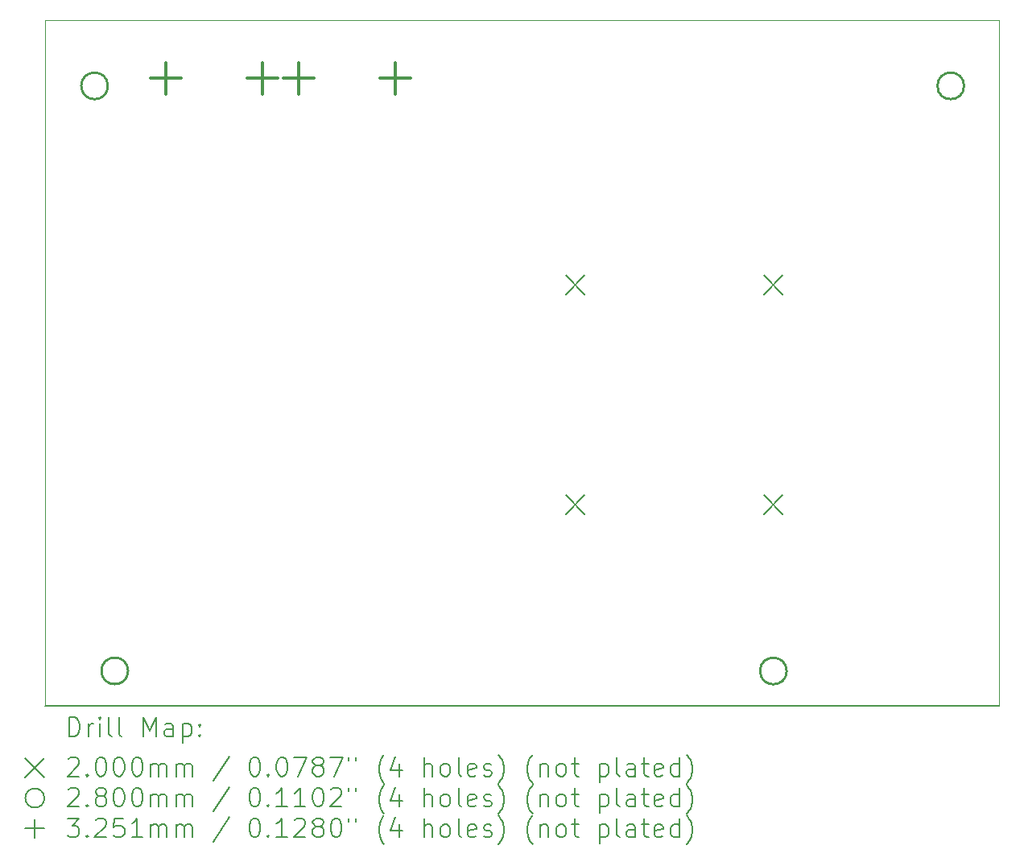
<source format=gbr>
%TF.GenerationSoftware,KiCad,Pcbnew,8.0.4*%
%TF.CreationDate,2024-08-22T17:22:42+02:00*%
%TF.ProjectId,CENTRALE,43454e54-5241-44c4-952e-6b696361645f,rev?*%
%TF.SameCoordinates,Original*%
%TF.FileFunction,Drillmap*%
%TF.FilePolarity,Positive*%
%FSLAX45Y45*%
G04 Gerber Fmt 4.5, Leading zero omitted, Abs format (unit mm)*
G04 Created by KiCad (PCBNEW 8.0.4) date 2024-08-22 17:22:42*
%MOMM*%
%LPD*%
G01*
G04 APERTURE LIST*
%ADD10C,0.050000*%
%ADD11C,0.152400*%
%ADD12C,0.200000*%
%ADD13C,0.280000*%
%ADD14C,0.325120*%
G04 APERTURE END LIST*
D10*
X19866610Y-14057000D02*
X19866610Y-6843400D01*
X19866610Y-6843400D02*
X9833610Y-6844919D01*
D11*
X19866610Y-14057000D02*
X9833610Y-14057000D01*
D10*
X9833610Y-6844919D02*
X9833610Y-14057000D01*
D12*
X15310481Y-9527024D02*
X15510481Y-9727024D01*
X15510481Y-9527024D02*
X15310481Y-9727024D01*
X15310481Y-11838424D02*
X15510481Y-12038424D01*
X15510481Y-11838424D02*
X15310481Y-12038424D01*
X17393282Y-9527024D02*
X17593282Y-9727024D01*
X17593282Y-9527024D02*
X17393282Y-9727024D01*
X17393282Y-11838424D02*
X17593282Y-12038424D01*
X17593282Y-11838424D02*
X17393282Y-12038424D01*
D13*
X10493874Y-7532752D02*
G75*
G02*
X10213874Y-7532752I-140000J0D01*
G01*
X10213874Y-7532752D02*
G75*
G02*
X10493874Y-7532752I140000J0D01*
G01*
X10706276Y-13686914D02*
G75*
G02*
X10426276Y-13686914I-140000J0D01*
G01*
X10426276Y-13686914D02*
G75*
G02*
X10706276Y-13686914I140000J0D01*
G01*
X17632879Y-13688248D02*
G75*
G02*
X17352879Y-13688248I-140000J0D01*
G01*
X17352879Y-13688248D02*
G75*
G02*
X17632879Y-13688248I140000J0D01*
G01*
X19498610Y-7532752D02*
G75*
G02*
X19218610Y-7532752I-140000J0D01*
G01*
X19218610Y-7532752D02*
G75*
G02*
X19498610Y-7532752I140000J0D01*
G01*
D14*
X11103610Y-7290792D02*
X11103610Y-7615912D01*
X10941050Y-7453352D02*
X11266170Y-7453352D01*
X12119610Y-7290792D02*
X12119610Y-7615912D01*
X11957050Y-7453352D02*
X12282170Y-7453352D01*
X12500610Y-7290792D02*
X12500610Y-7615912D01*
X12338050Y-7453352D02*
X12663170Y-7453352D01*
X13516610Y-7290792D02*
X13516610Y-7615912D01*
X13354050Y-7453352D02*
X13679170Y-7453352D01*
D12*
X10086767Y-14376104D02*
X10086767Y-14176104D01*
X10086767Y-14176104D02*
X10134386Y-14176104D01*
X10134386Y-14176104D02*
X10162957Y-14185628D01*
X10162957Y-14185628D02*
X10182005Y-14204675D01*
X10182005Y-14204675D02*
X10191529Y-14223723D01*
X10191529Y-14223723D02*
X10201053Y-14261818D01*
X10201053Y-14261818D02*
X10201053Y-14290389D01*
X10201053Y-14290389D02*
X10191529Y-14328485D01*
X10191529Y-14328485D02*
X10182005Y-14347532D01*
X10182005Y-14347532D02*
X10162957Y-14366580D01*
X10162957Y-14366580D02*
X10134386Y-14376104D01*
X10134386Y-14376104D02*
X10086767Y-14376104D01*
X10286767Y-14376104D02*
X10286767Y-14242770D01*
X10286767Y-14280866D02*
X10296291Y-14261818D01*
X10296291Y-14261818D02*
X10305814Y-14252294D01*
X10305814Y-14252294D02*
X10324862Y-14242770D01*
X10324862Y-14242770D02*
X10343910Y-14242770D01*
X10410576Y-14376104D02*
X10410576Y-14242770D01*
X10410576Y-14176104D02*
X10401053Y-14185628D01*
X10401053Y-14185628D02*
X10410576Y-14195151D01*
X10410576Y-14195151D02*
X10420100Y-14185628D01*
X10420100Y-14185628D02*
X10410576Y-14176104D01*
X10410576Y-14176104D02*
X10410576Y-14195151D01*
X10534386Y-14376104D02*
X10515338Y-14366580D01*
X10515338Y-14366580D02*
X10505814Y-14347532D01*
X10505814Y-14347532D02*
X10505814Y-14176104D01*
X10639148Y-14376104D02*
X10620100Y-14366580D01*
X10620100Y-14366580D02*
X10610576Y-14347532D01*
X10610576Y-14347532D02*
X10610576Y-14176104D01*
X10867719Y-14376104D02*
X10867719Y-14176104D01*
X10867719Y-14176104D02*
X10934386Y-14318961D01*
X10934386Y-14318961D02*
X11001053Y-14176104D01*
X11001053Y-14176104D02*
X11001053Y-14376104D01*
X11182005Y-14376104D02*
X11182005Y-14271342D01*
X11182005Y-14271342D02*
X11172481Y-14252294D01*
X11172481Y-14252294D02*
X11153434Y-14242770D01*
X11153434Y-14242770D02*
X11115338Y-14242770D01*
X11115338Y-14242770D02*
X11096291Y-14252294D01*
X11182005Y-14366580D02*
X11162957Y-14376104D01*
X11162957Y-14376104D02*
X11115338Y-14376104D01*
X11115338Y-14376104D02*
X11096291Y-14366580D01*
X11096291Y-14366580D02*
X11086767Y-14347532D01*
X11086767Y-14347532D02*
X11086767Y-14328485D01*
X11086767Y-14328485D02*
X11096291Y-14309437D01*
X11096291Y-14309437D02*
X11115338Y-14299913D01*
X11115338Y-14299913D02*
X11162957Y-14299913D01*
X11162957Y-14299913D02*
X11182005Y-14290389D01*
X11277243Y-14242770D02*
X11277243Y-14442770D01*
X11277243Y-14252294D02*
X11296291Y-14242770D01*
X11296291Y-14242770D02*
X11334386Y-14242770D01*
X11334386Y-14242770D02*
X11353433Y-14252294D01*
X11353433Y-14252294D02*
X11362957Y-14261818D01*
X11362957Y-14261818D02*
X11372481Y-14280866D01*
X11372481Y-14280866D02*
X11372481Y-14338008D01*
X11372481Y-14338008D02*
X11362957Y-14357056D01*
X11362957Y-14357056D02*
X11353433Y-14366580D01*
X11353433Y-14366580D02*
X11334386Y-14376104D01*
X11334386Y-14376104D02*
X11296291Y-14376104D01*
X11296291Y-14376104D02*
X11277243Y-14366580D01*
X11458195Y-14357056D02*
X11467719Y-14366580D01*
X11467719Y-14366580D02*
X11458195Y-14376104D01*
X11458195Y-14376104D02*
X11448672Y-14366580D01*
X11448672Y-14366580D02*
X11458195Y-14357056D01*
X11458195Y-14357056D02*
X11458195Y-14376104D01*
X11458195Y-14252294D02*
X11467719Y-14261818D01*
X11467719Y-14261818D02*
X11458195Y-14271342D01*
X11458195Y-14271342D02*
X11448672Y-14261818D01*
X11448672Y-14261818D02*
X11458195Y-14252294D01*
X11458195Y-14252294D02*
X11458195Y-14271342D01*
X9625990Y-14604620D02*
X9825990Y-14804620D01*
X9825990Y-14604620D02*
X9625990Y-14804620D01*
X10077243Y-14615151D02*
X10086767Y-14605628D01*
X10086767Y-14605628D02*
X10105814Y-14596104D01*
X10105814Y-14596104D02*
X10153434Y-14596104D01*
X10153434Y-14596104D02*
X10172481Y-14605628D01*
X10172481Y-14605628D02*
X10182005Y-14615151D01*
X10182005Y-14615151D02*
X10191529Y-14634199D01*
X10191529Y-14634199D02*
X10191529Y-14653247D01*
X10191529Y-14653247D02*
X10182005Y-14681818D01*
X10182005Y-14681818D02*
X10067719Y-14796104D01*
X10067719Y-14796104D02*
X10191529Y-14796104D01*
X10277243Y-14777056D02*
X10286767Y-14786580D01*
X10286767Y-14786580D02*
X10277243Y-14796104D01*
X10277243Y-14796104D02*
X10267719Y-14786580D01*
X10267719Y-14786580D02*
X10277243Y-14777056D01*
X10277243Y-14777056D02*
X10277243Y-14796104D01*
X10410576Y-14596104D02*
X10429624Y-14596104D01*
X10429624Y-14596104D02*
X10448672Y-14605628D01*
X10448672Y-14605628D02*
X10458195Y-14615151D01*
X10458195Y-14615151D02*
X10467719Y-14634199D01*
X10467719Y-14634199D02*
X10477243Y-14672294D01*
X10477243Y-14672294D02*
X10477243Y-14719913D01*
X10477243Y-14719913D02*
X10467719Y-14758008D01*
X10467719Y-14758008D02*
X10458195Y-14777056D01*
X10458195Y-14777056D02*
X10448672Y-14786580D01*
X10448672Y-14786580D02*
X10429624Y-14796104D01*
X10429624Y-14796104D02*
X10410576Y-14796104D01*
X10410576Y-14796104D02*
X10391529Y-14786580D01*
X10391529Y-14786580D02*
X10382005Y-14777056D01*
X10382005Y-14777056D02*
X10372481Y-14758008D01*
X10372481Y-14758008D02*
X10362957Y-14719913D01*
X10362957Y-14719913D02*
X10362957Y-14672294D01*
X10362957Y-14672294D02*
X10372481Y-14634199D01*
X10372481Y-14634199D02*
X10382005Y-14615151D01*
X10382005Y-14615151D02*
X10391529Y-14605628D01*
X10391529Y-14605628D02*
X10410576Y-14596104D01*
X10601053Y-14596104D02*
X10620100Y-14596104D01*
X10620100Y-14596104D02*
X10639148Y-14605628D01*
X10639148Y-14605628D02*
X10648672Y-14615151D01*
X10648672Y-14615151D02*
X10658195Y-14634199D01*
X10658195Y-14634199D02*
X10667719Y-14672294D01*
X10667719Y-14672294D02*
X10667719Y-14719913D01*
X10667719Y-14719913D02*
X10658195Y-14758008D01*
X10658195Y-14758008D02*
X10648672Y-14777056D01*
X10648672Y-14777056D02*
X10639148Y-14786580D01*
X10639148Y-14786580D02*
X10620100Y-14796104D01*
X10620100Y-14796104D02*
X10601053Y-14796104D01*
X10601053Y-14796104D02*
X10582005Y-14786580D01*
X10582005Y-14786580D02*
X10572481Y-14777056D01*
X10572481Y-14777056D02*
X10562957Y-14758008D01*
X10562957Y-14758008D02*
X10553434Y-14719913D01*
X10553434Y-14719913D02*
X10553434Y-14672294D01*
X10553434Y-14672294D02*
X10562957Y-14634199D01*
X10562957Y-14634199D02*
X10572481Y-14615151D01*
X10572481Y-14615151D02*
X10582005Y-14605628D01*
X10582005Y-14605628D02*
X10601053Y-14596104D01*
X10791529Y-14596104D02*
X10810576Y-14596104D01*
X10810576Y-14596104D02*
X10829624Y-14605628D01*
X10829624Y-14605628D02*
X10839148Y-14615151D01*
X10839148Y-14615151D02*
X10848672Y-14634199D01*
X10848672Y-14634199D02*
X10858195Y-14672294D01*
X10858195Y-14672294D02*
X10858195Y-14719913D01*
X10858195Y-14719913D02*
X10848672Y-14758008D01*
X10848672Y-14758008D02*
X10839148Y-14777056D01*
X10839148Y-14777056D02*
X10829624Y-14786580D01*
X10829624Y-14786580D02*
X10810576Y-14796104D01*
X10810576Y-14796104D02*
X10791529Y-14796104D01*
X10791529Y-14796104D02*
X10772481Y-14786580D01*
X10772481Y-14786580D02*
X10762957Y-14777056D01*
X10762957Y-14777056D02*
X10753434Y-14758008D01*
X10753434Y-14758008D02*
X10743910Y-14719913D01*
X10743910Y-14719913D02*
X10743910Y-14672294D01*
X10743910Y-14672294D02*
X10753434Y-14634199D01*
X10753434Y-14634199D02*
X10762957Y-14615151D01*
X10762957Y-14615151D02*
X10772481Y-14605628D01*
X10772481Y-14605628D02*
X10791529Y-14596104D01*
X10943910Y-14796104D02*
X10943910Y-14662770D01*
X10943910Y-14681818D02*
X10953434Y-14672294D01*
X10953434Y-14672294D02*
X10972481Y-14662770D01*
X10972481Y-14662770D02*
X11001053Y-14662770D01*
X11001053Y-14662770D02*
X11020100Y-14672294D01*
X11020100Y-14672294D02*
X11029624Y-14691342D01*
X11029624Y-14691342D02*
X11029624Y-14796104D01*
X11029624Y-14691342D02*
X11039148Y-14672294D01*
X11039148Y-14672294D02*
X11058195Y-14662770D01*
X11058195Y-14662770D02*
X11086767Y-14662770D01*
X11086767Y-14662770D02*
X11105815Y-14672294D01*
X11105815Y-14672294D02*
X11115338Y-14691342D01*
X11115338Y-14691342D02*
X11115338Y-14796104D01*
X11210576Y-14796104D02*
X11210576Y-14662770D01*
X11210576Y-14681818D02*
X11220100Y-14672294D01*
X11220100Y-14672294D02*
X11239148Y-14662770D01*
X11239148Y-14662770D02*
X11267719Y-14662770D01*
X11267719Y-14662770D02*
X11286767Y-14672294D01*
X11286767Y-14672294D02*
X11296291Y-14691342D01*
X11296291Y-14691342D02*
X11296291Y-14796104D01*
X11296291Y-14691342D02*
X11305814Y-14672294D01*
X11305814Y-14672294D02*
X11324862Y-14662770D01*
X11324862Y-14662770D02*
X11353433Y-14662770D01*
X11353433Y-14662770D02*
X11372481Y-14672294D01*
X11372481Y-14672294D02*
X11382005Y-14691342D01*
X11382005Y-14691342D02*
X11382005Y-14796104D01*
X11772481Y-14586580D02*
X11601053Y-14843723D01*
X12029624Y-14596104D02*
X12048672Y-14596104D01*
X12048672Y-14596104D02*
X12067719Y-14605628D01*
X12067719Y-14605628D02*
X12077243Y-14615151D01*
X12077243Y-14615151D02*
X12086767Y-14634199D01*
X12086767Y-14634199D02*
X12096291Y-14672294D01*
X12096291Y-14672294D02*
X12096291Y-14719913D01*
X12096291Y-14719913D02*
X12086767Y-14758008D01*
X12086767Y-14758008D02*
X12077243Y-14777056D01*
X12077243Y-14777056D02*
X12067719Y-14786580D01*
X12067719Y-14786580D02*
X12048672Y-14796104D01*
X12048672Y-14796104D02*
X12029624Y-14796104D01*
X12029624Y-14796104D02*
X12010576Y-14786580D01*
X12010576Y-14786580D02*
X12001053Y-14777056D01*
X12001053Y-14777056D02*
X11991529Y-14758008D01*
X11991529Y-14758008D02*
X11982005Y-14719913D01*
X11982005Y-14719913D02*
X11982005Y-14672294D01*
X11982005Y-14672294D02*
X11991529Y-14634199D01*
X11991529Y-14634199D02*
X12001053Y-14615151D01*
X12001053Y-14615151D02*
X12010576Y-14605628D01*
X12010576Y-14605628D02*
X12029624Y-14596104D01*
X12182005Y-14777056D02*
X12191529Y-14786580D01*
X12191529Y-14786580D02*
X12182005Y-14796104D01*
X12182005Y-14796104D02*
X12172481Y-14786580D01*
X12172481Y-14786580D02*
X12182005Y-14777056D01*
X12182005Y-14777056D02*
X12182005Y-14796104D01*
X12315338Y-14596104D02*
X12334386Y-14596104D01*
X12334386Y-14596104D02*
X12353434Y-14605628D01*
X12353434Y-14605628D02*
X12362957Y-14615151D01*
X12362957Y-14615151D02*
X12372481Y-14634199D01*
X12372481Y-14634199D02*
X12382005Y-14672294D01*
X12382005Y-14672294D02*
X12382005Y-14719913D01*
X12382005Y-14719913D02*
X12372481Y-14758008D01*
X12372481Y-14758008D02*
X12362957Y-14777056D01*
X12362957Y-14777056D02*
X12353434Y-14786580D01*
X12353434Y-14786580D02*
X12334386Y-14796104D01*
X12334386Y-14796104D02*
X12315338Y-14796104D01*
X12315338Y-14796104D02*
X12296291Y-14786580D01*
X12296291Y-14786580D02*
X12286767Y-14777056D01*
X12286767Y-14777056D02*
X12277243Y-14758008D01*
X12277243Y-14758008D02*
X12267719Y-14719913D01*
X12267719Y-14719913D02*
X12267719Y-14672294D01*
X12267719Y-14672294D02*
X12277243Y-14634199D01*
X12277243Y-14634199D02*
X12286767Y-14615151D01*
X12286767Y-14615151D02*
X12296291Y-14605628D01*
X12296291Y-14605628D02*
X12315338Y-14596104D01*
X12448672Y-14596104D02*
X12582005Y-14596104D01*
X12582005Y-14596104D02*
X12496291Y-14796104D01*
X12686767Y-14681818D02*
X12667719Y-14672294D01*
X12667719Y-14672294D02*
X12658196Y-14662770D01*
X12658196Y-14662770D02*
X12648672Y-14643723D01*
X12648672Y-14643723D02*
X12648672Y-14634199D01*
X12648672Y-14634199D02*
X12658196Y-14615151D01*
X12658196Y-14615151D02*
X12667719Y-14605628D01*
X12667719Y-14605628D02*
X12686767Y-14596104D01*
X12686767Y-14596104D02*
X12724862Y-14596104D01*
X12724862Y-14596104D02*
X12743910Y-14605628D01*
X12743910Y-14605628D02*
X12753434Y-14615151D01*
X12753434Y-14615151D02*
X12762957Y-14634199D01*
X12762957Y-14634199D02*
X12762957Y-14643723D01*
X12762957Y-14643723D02*
X12753434Y-14662770D01*
X12753434Y-14662770D02*
X12743910Y-14672294D01*
X12743910Y-14672294D02*
X12724862Y-14681818D01*
X12724862Y-14681818D02*
X12686767Y-14681818D01*
X12686767Y-14681818D02*
X12667719Y-14691342D01*
X12667719Y-14691342D02*
X12658196Y-14700866D01*
X12658196Y-14700866D02*
X12648672Y-14719913D01*
X12648672Y-14719913D02*
X12648672Y-14758008D01*
X12648672Y-14758008D02*
X12658196Y-14777056D01*
X12658196Y-14777056D02*
X12667719Y-14786580D01*
X12667719Y-14786580D02*
X12686767Y-14796104D01*
X12686767Y-14796104D02*
X12724862Y-14796104D01*
X12724862Y-14796104D02*
X12743910Y-14786580D01*
X12743910Y-14786580D02*
X12753434Y-14777056D01*
X12753434Y-14777056D02*
X12762957Y-14758008D01*
X12762957Y-14758008D02*
X12762957Y-14719913D01*
X12762957Y-14719913D02*
X12753434Y-14700866D01*
X12753434Y-14700866D02*
X12743910Y-14691342D01*
X12743910Y-14691342D02*
X12724862Y-14681818D01*
X12829624Y-14596104D02*
X12962957Y-14596104D01*
X12962957Y-14596104D02*
X12877243Y-14796104D01*
X13029624Y-14596104D02*
X13029624Y-14634199D01*
X13105815Y-14596104D02*
X13105815Y-14634199D01*
X13401053Y-14872294D02*
X13391529Y-14862770D01*
X13391529Y-14862770D02*
X13372481Y-14834199D01*
X13372481Y-14834199D02*
X13362958Y-14815151D01*
X13362958Y-14815151D02*
X13353434Y-14786580D01*
X13353434Y-14786580D02*
X13343910Y-14738961D01*
X13343910Y-14738961D02*
X13343910Y-14700866D01*
X13343910Y-14700866D02*
X13353434Y-14653247D01*
X13353434Y-14653247D02*
X13362958Y-14624675D01*
X13362958Y-14624675D02*
X13372481Y-14605628D01*
X13372481Y-14605628D02*
X13391529Y-14577056D01*
X13391529Y-14577056D02*
X13401053Y-14567532D01*
X13562958Y-14662770D02*
X13562958Y-14796104D01*
X13515338Y-14586580D02*
X13467719Y-14729437D01*
X13467719Y-14729437D02*
X13591529Y-14729437D01*
X13820100Y-14796104D02*
X13820100Y-14596104D01*
X13905815Y-14796104D02*
X13905815Y-14691342D01*
X13905815Y-14691342D02*
X13896291Y-14672294D01*
X13896291Y-14672294D02*
X13877243Y-14662770D01*
X13877243Y-14662770D02*
X13848672Y-14662770D01*
X13848672Y-14662770D02*
X13829624Y-14672294D01*
X13829624Y-14672294D02*
X13820100Y-14681818D01*
X14029624Y-14796104D02*
X14010577Y-14786580D01*
X14010577Y-14786580D02*
X14001053Y-14777056D01*
X14001053Y-14777056D02*
X13991529Y-14758008D01*
X13991529Y-14758008D02*
X13991529Y-14700866D01*
X13991529Y-14700866D02*
X14001053Y-14681818D01*
X14001053Y-14681818D02*
X14010577Y-14672294D01*
X14010577Y-14672294D02*
X14029624Y-14662770D01*
X14029624Y-14662770D02*
X14058196Y-14662770D01*
X14058196Y-14662770D02*
X14077243Y-14672294D01*
X14077243Y-14672294D02*
X14086767Y-14681818D01*
X14086767Y-14681818D02*
X14096291Y-14700866D01*
X14096291Y-14700866D02*
X14096291Y-14758008D01*
X14096291Y-14758008D02*
X14086767Y-14777056D01*
X14086767Y-14777056D02*
X14077243Y-14786580D01*
X14077243Y-14786580D02*
X14058196Y-14796104D01*
X14058196Y-14796104D02*
X14029624Y-14796104D01*
X14210577Y-14796104D02*
X14191529Y-14786580D01*
X14191529Y-14786580D02*
X14182005Y-14767532D01*
X14182005Y-14767532D02*
X14182005Y-14596104D01*
X14362958Y-14786580D02*
X14343910Y-14796104D01*
X14343910Y-14796104D02*
X14305815Y-14796104D01*
X14305815Y-14796104D02*
X14286767Y-14786580D01*
X14286767Y-14786580D02*
X14277243Y-14767532D01*
X14277243Y-14767532D02*
X14277243Y-14691342D01*
X14277243Y-14691342D02*
X14286767Y-14672294D01*
X14286767Y-14672294D02*
X14305815Y-14662770D01*
X14305815Y-14662770D02*
X14343910Y-14662770D01*
X14343910Y-14662770D02*
X14362958Y-14672294D01*
X14362958Y-14672294D02*
X14372481Y-14691342D01*
X14372481Y-14691342D02*
X14372481Y-14710389D01*
X14372481Y-14710389D02*
X14277243Y-14729437D01*
X14448672Y-14786580D02*
X14467720Y-14796104D01*
X14467720Y-14796104D02*
X14505815Y-14796104D01*
X14505815Y-14796104D02*
X14524862Y-14786580D01*
X14524862Y-14786580D02*
X14534386Y-14767532D01*
X14534386Y-14767532D02*
X14534386Y-14758008D01*
X14534386Y-14758008D02*
X14524862Y-14738961D01*
X14524862Y-14738961D02*
X14505815Y-14729437D01*
X14505815Y-14729437D02*
X14477243Y-14729437D01*
X14477243Y-14729437D02*
X14458196Y-14719913D01*
X14458196Y-14719913D02*
X14448672Y-14700866D01*
X14448672Y-14700866D02*
X14448672Y-14691342D01*
X14448672Y-14691342D02*
X14458196Y-14672294D01*
X14458196Y-14672294D02*
X14477243Y-14662770D01*
X14477243Y-14662770D02*
X14505815Y-14662770D01*
X14505815Y-14662770D02*
X14524862Y-14672294D01*
X14601053Y-14872294D02*
X14610577Y-14862770D01*
X14610577Y-14862770D02*
X14629624Y-14834199D01*
X14629624Y-14834199D02*
X14639148Y-14815151D01*
X14639148Y-14815151D02*
X14648672Y-14786580D01*
X14648672Y-14786580D02*
X14658196Y-14738961D01*
X14658196Y-14738961D02*
X14658196Y-14700866D01*
X14658196Y-14700866D02*
X14648672Y-14653247D01*
X14648672Y-14653247D02*
X14639148Y-14624675D01*
X14639148Y-14624675D02*
X14629624Y-14605628D01*
X14629624Y-14605628D02*
X14610577Y-14577056D01*
X14610577Y-14577056D02*
X14601053Y-14567532D01*
X14962958Y-14872294D02*
X14953434Y-14862770D01*
X14953434Y-14862770D02*
X14934386Y-14834199D01*
X14934386Y-14834199D02*
X14924862Y-14815151D01*
X14924862Y-14815151D02*
X14915339Y-14786580D01*
X14915339Y-14786580D02*
X14905815Y-14738961D01*
X14905815Y-14738961D02*
X14905815Y-14700866D01*
X14905815Y-14700866D02*
X14915339Y-14653247D01*
X14915339Y-14653247D02*
X14924862Y-14624675D01*
X14924862Y-14624675D02*
X14934386Y-14605628D01*
X14934386Y-14605628D02*
X14953434Y-14577056D01*
X14953434Y-14577056D02*
X14962958Y-14567532D01*
X15039148Y-14662770D02*
X15039148Y-14796104D01*
X15039148Y-14681818D02*
X15048672Y-14672294D01*
X15048672Y-14672294D02*
X15067720Y-14662770D01*
X15067720Y-14662770D02*
X15096291Y-14662770D01*
X15096291Y-14662770D02*
X15115339Y-14672294D01*
X15115339Y-14672294D02*
X15124862Y-14691342D01*
X15124862Y-14691342D02*
X15124862Y-14796104D01*
X15248672Y-14796104D02*
X15229624Y-14786580D01*
X15229624Y-14786580D02*
X15220101Y-14777056D01*
X15220101Y-14777056D02*
X15210577Y-14758008D01*
X15210577Y-14758008D02*
X15210577Y-14700866D01*
X15210577Y-14700866D02*
X15220101Y-14681818D01*
X15220101Y-14681818D02*
X15229624Y-14672294D01*
X15229624Y-14672294D02*
X15248672Y-14662770D01*
X15248672Y-14662770D02*
X15277243Y-14662770D01*
X15277243Y-14662770D02*
X15296291Y-14672294D01*
X15296291Y-14672294D02*
X15305815Y-14681818D01*
X15305815Y-14681818D02*
X15315339Y-14700866D01*
X15315339Y-14700866D02*
X15315339Y-14758008D01*
X15315339Y-14758008D02*
X15305815Y-14777056D01*
X15305815Y-14777056D02*
X15296291Y-14786580D01*
X15296291Y-14786580D02*
X15277243Y-14796104D01*
X15277243Y-14796104D02*
X15248672Y-14796104D01*
X15372482Y-14662770D02*
X15448672Y-14662770D01*
X15401053Y-14596104D02*
X15401053Y-14767532D01*
X15401053Y-14767532D02*
X15410577Y-14786580D01*
X15410577Y-14786580D02*
X15429624Y-14796104D01*
X15429624Y-14796104D02*
X15448672Y-14796104D01*
X15667720Y-14662770D02*
X15667720Y-14862770D01*
X15667720Y-14672294D02*
X15686767Y-14662770D01*
X15686767Y-14662770D02*
X15724863Y-14662770D01*
X15724863Y-14662770D02*
X15743910Y-14672294D01*
X15743910Y-14672294D02*
X15753434Y-14681818D01*
X15753434Y-14681818D02*
X15762958Y-14700866D01*
X15762958Y-14700866D02*
X15762958Y-14758008D01*
X15762958Y-14758008D02*
X15753434Y-14777056D01*
X15753434Y-14777056D02*
X15743910Y-14786580D01*
X15743910Y-14786580D02*
X15724863Y-14796104D01*
X15724863Y-14796104D02*
X15686767Y-14796104D01*
X15686767Y-14796104D02*
X15667720Y-14786580D01*
X15877243Y-14796104D02*
X15858196Y-14786580D01*
X15858196Y-14786580D02*
X15848672Y-14767532D01*
X15848672Y-14767532D02*
X15848672Y-14596104D01*
X16039148Y-14796104D02*
X16039148Y-14691342D01*
X16039148Y-14691342D02*
X16029624Y-14672294D01*
X16029624Y-14672294D02*
X16010577Y-14662770D01*
X16010577Y-14662770D02*
X15972482Y-14662770D01*
X15972482Y-14662770D02*
X15953434Y-14672294D01*
X16039148Y-14786580D02*
X16020101Y-14796104D01*
X16020101Y-14796104D02*
X15972482Y-14796104D01*
X15972482Y-14796104D02*
X15953434Y-14786580D01*
X15953434Y-14786580D02*
X15943910Y-14767532D01*
X15943910Y-14767532D02*
X15943910Y-14748485D01*
X15943910Y-14748485D02*
X15953434Y-14729437D01*
X15953434Y-14729437D02*
X15972482Y-14719913D01*
X15972482Y-14719913D02*
X16020101Y-14719913D01*
X16020101Y-14719913D02*
X16039148Y-14710389D01*
X16105815Y-14662770D02*
X16182005Y-14662770D01*
X16134386Y-14596104D02*
X16134386Y-14767532D01*
X16134386Y-14767532D02*
X16143910Y-14786580D01*
X16143910Y-14786580D02*
X16162958Y-14796104D01*
X16162958Y-14796104D02*
X16182005Y-14796104D01*
X16324863Y-14786580D02*
X16305815Y-14796104D01*
X16305815Y-14796104D02*
X16267720Y-14796104D01*
X16267720Y-14796104D02*
X16248672Y-14786580D01*
X16248672Y-14786580D02*
X16239148Y-14767532D01*
X16239148Y-14767532D02*
X16239148Y-14691342D01*
X16239148Y-14691342D02*
X16248672Y-14672294D01*
X16248672Y-14672294D02*
X16267720Y-14662770D01*
X16267720Y-14662770D02*
X16305815Y-14662770D01*
X16305815Y-14662770D02*
X16324863Y-14672294D01*
X16324863Y-14672294D02*
X16334386Y-14691342D01*
X16334386Y-14691342D02*
X16334386Y-14710389D01*
X16334386Y-14710389D02*
X16239148Y-14729437D01*
X16505815Y-14796104D02*
X16505815Y-14596104D01*
X16505815Y-14786580D02*
X16486767Y-14796104D01*
X16486767Y-14796104D02*
X16448672Y-14796104D01*
X16448672Y-14796104D02*
X16429624Y-14786580D01*
X16429624Y-14786580D02*
X16420101Y-14777056D01*
X16420101Y-14777056D02*
X16410577Y-14758008D01*
X16410577Y-14758008D02*
X16410577Y-14700866D01*
X16410577Y-14700866D02*
X16420101Y-14681818D01*
X16420101Y-14681818D02*
X16429624Y-14672294D01*
X16429624Y-14672294D02*
X16448672Y-14662770D01*
X16448672Y-14662770D02*
X16486767Y-14662770D01*
X16486767Y-14662770D02*
X16505815Y-14672294D01*
X16582005Y-14872294D02*
X16591529Y-14862770D01*
X16591529Y-14862770D02*
X16610577Y-14834199D01*
X16610577Y-14834199D02*
X16620101Y-14815151D01*
X16620101Y-14815151D02*
X16629624Y-14786580D01*
X16629624Y-14786580D02*
X16639148Y-14738961D01*
X16639148Y-14738961D02*
X16639148Y-14700866D01*
X16639148Y-14700866D02*
X16629624Y-14653247D01*
X16629624Y-14653247D02*
X16620101Y-14624675D01*
X16620101Y-14624675D02*
X16610577Y-14605628D01*
X16610577Y-14605628D02*
X16591529Y-14577056D01*
X16591529Y-14577056D02*
X16582005Y-14567532D01*
X9825990Y-15024620D02*
G75*
G02*
X9625990Y-15024620I-100000J0D01*
G01*
X9625990Y-15024620D02*
G75*
G02*
X9825990Y-15024620I100000J0D01*
G01*
X10077243Y-14935151D02*
X10086767Y-14925628D01*
X10086767Y-14925628D02*
X10105814Y-14916104D01*
X10105814Y-14916104D02*
X10153434Y-14916104D01*
X10153434Y-14916104D02*
X10172481Y-14925628D01*
X10172481Y-14925628D02*
X10182005Y-14935151D01*
X10182005Y-14935151D02*
X10191529Y-14954199D01*
X10191529Y-14954199D02*
X10191529Y-14973247D01*
X10191529Y-14973247D02*
X10182005Y-15001818D01*
X10182005Y-15001818D02*
X10067719Y-15116104D01*
X10067719Y-15116104D02*
X10191529Y-15116104D01*
X10277243Y-15097056D02*
X10286767Y-15106580D01*
X10286767Y-15106580D02*
X10277243Y-15116104D01*
X10277243Y-15116104D02*
X10267719Y-15106580D01*
X10267719Y-15106580D02*
X10277243Y-15097056D01*
X10277243Y-15097056D02*
X10277243Y-15116104D01*
X10401053Y-15001818D02*
X10382005Y-14992294D01*
X10382005Y-14992294D02*
X10372481Y-14982770D01*
X10372481Y-14982770D02*
X10362957Y-14963723D01*
X10362957Y-14963723D02*
X10362957Y-14954199D01*
X10362957Y-14954199D02*
X10372481Y-14935151D01*
X10372481Y-14935151D02*
X10382005Y-14925628D01*
X10382005Y-14925628D02*
X10401053Y-14916104D01*
X10401053Y-14916104D02*
X10439148Y-14916104D01*
X10439148Y-14916104D02*
X10458195Y-14925628D01*
X10458195Y-14925628D02*
X10467719Y-14935151D01*
X10467719Y-14935151D02*
X10477243Y-14954199D01*
X10477243Y-14954199D02*
X10477243Y-14963723D01*
X10477243Y-14963723D02*
X10467719Y-14982770D01*
X10467719Y-14982770D02*
X10458195Y-14992294D01*
X10458195Y-14992294D02*
X10439148Y-15001818D01*
X10439148Y-15001818D02*
X10401053Y-15001818D01*
X10401053Y-15001818D02*
X10382005Y-15011342D01*
X10382005Y-15011342D02*
X10372481Y-15020866D01*
X10372481Y-15020866D02*
X10362957Y-15039913D01*
X10362957Y-15039913D02*
X10362957Y-15078008D01*
X10362957Y-15078008D02*
X10372481Y-15097056D01*
X10372481Y-15097056D02*
X10382005Y-15106580D01*
X10382005Y-15106580D02*
X10401053Y-15116104D01*
X10401053Y-15116104D02*
X10439148Y-15116104D01*
X10439148Y-15116104D02*
X10458195Y-15106580D01*
X10458195Y-15106580D02*
X10467719Y-15097056D01*
X10467719Y-15097056D02*
X10477243Y-15078008D01*
X10477243Y-15078008D02*
X10477243Y-15039913D01*
X10477243Y-15039913D02*
X10467719Y-15020866D01*
X10467719Y-15020866D02*
X10458195Y-15011342D01*
X10458195Y-15011342D02*
X10439148Y-15001818D01*
X10601053Y-14916104D02*
X10620100Y-14916104D01*
X10620100Y-14916104D02*
X10639148Y-14925628D01*
X10639148Y-14925628D02*
X10648672Y-14935151D01*
X10648672Y-14935151D02*
X10658195Y-14954199D01*
X10658195Y-14954199D02*
X10667719Y-14992294D01*
X10667719Y-14992294D02*
X10667719Y-15039913D01*
X10667719Y-15039913D02*
X10658195Y-15078008D01*
X10658195Y-15078008D02*
X10648672Y-15097056D01*
X10648672Y-15097056D02*
X10639148Y-15106580D01*
X10639148Y-15106580D02*
X10620100Y-15116104D01*
X10620100Y-15116104D02*
X10601053Y-15116104D01*
X10601053Y-15116104D02*
X10582005Y-15106580D01*
X10582005Y-15106580D02*
X10572481Y-15097056D01*
X10572481Y-15097056D02*
X10562957Y-15078008D01*
X10562957Y-15078008D02*
X10553434Y-15039913D01*
X10553434Y-15039913D02*
X10553434Y-14992294D01*
X10553434Y-14992294D02*
X10562957Y-14954199D01*
X10562957Y-14954199D02*
X10572481Y-14935151D01*
X10572481Y-14935151D02*
X10582005Y-14925628D01*
X10582005Y-14925628D02*
X10601053Y-14916104D01*
X10791529Y-14916104D02*
X10810576Y-14916104D01*
X10810576Y-14916104D02*
X10829624Y-14925628D01*
X10829624Y-14925628D02*
X10839148Y-14935151D01*
X10839148Y-14935151D02*
X10848672Y-14954199D01*
X10848672Y-14954199D02*
X10858195Y-14992294D01*
X10858195Y-14992294D02*
X10858195Y-15039913D01*
X10858195Y-15039913D02*
X10848672Y-15078008D01*
X10848672Y-15078008D02*
X10839148Y-15097056D01*
X10839148Y-15097056D02*
X10829624Y-15106580D01*
X10829624Y-15106580D02*
X10810576Y-15116104D01*
X10810576Y-15116104D02*
X10791529Y-15116104D01*
X10791529Y-15116104D02*
X10772481Y-15106580D01*
X10772481Y-15106580D02*
X10762957Y-15097056D01*
X10762957Y-15097056D02*
X10753434Y-15078008D01*
X10753434Y-15078008D02*
X10743910Y-15039913D01*
X10743910Y-15039913D02*
X10743910Y-14992294D01*
X10743910Y-14992294D02*
X10753434Y-14954199D01*
X10753434Y-14954199D02*
X10762957Y-14935151D01*
X10762957Y-14935151D02*
X10772481Y-14925628D01*
X10772481Y-14925628D02*
X10791529Y-14916104D01*
X10943910Y-15116104D02*
X10943910Y-14982770D01*
X10943910Y-15001818D02*
X10953434Y-14992294D01*
X10953434Y-14992294D02*
X10972481Y-14982770D01*
X10972481Y-14982770D02*
X11001053Y-14982770D01*
X11001053Y-14982770D02*
X11020100Y-14992294D01*
X11020100Y-14992294D02*
X11029624Y-15011342D01*
X11029624Y-15011342D02*
X11029624Y-15116104D01*
X11029624Y-15011342D02*
X11039148Y-14992294D01*
X11039148Y-14992294D02*
X11058195Y-14982770D01*
X11058195Y-14982770D02*
X11086767Y-14982770D01*
X11086767Y-14982770D02*
X11105815Y-14992294D01*
X11105815Y-14992294D02*
X11115338Y-15011342D01*
X11115338Y-15011342D02*
X11115338Y-15116104D01*
X11210576Y-15116104D02*
X11210576Y-14982770D01*
X11210576Y-15001818D02*
X11220100Y-14992294D01*
X11220100Y-14992294D02*
X11239148Y-14982770D01*
X11239148Y-14982770D02*
X11267719Y-14982770D01*
X11267719Y-14982770D02*
X11286767Y-14992294D01*
X11286767Y-14992294D02*
X11296291Y-15011342D01*
X11296291Y-15011342D02*
X11296291Y-15116104D01*
X11296291Y-15011342D02*
X11305814Y-14992294D01*
X11305814Y-14992294D02*
X11324862Y-14982770D01*
X11324862Y-14982770D02*
X11353433Y-14982770D01*
X11353433Y-14982770D02*
X11372481Y-14992294D01*
X11372481Y-14992294D02*
X11382005Y-15011342D01*
X11382005Y-15011342D02*
X11382005Y-15116104D01*
X11772481Y-14906580D02*
X11601053Y-15163723D01*
X12029624Y-14916104D02*
X12048672Y-14916104D01*
X12048672Y-14916104D02*
X12067719Y-14925628D01*
X12067719Y-14925628D02*
X12077243Y-14935151D01*
X12077243Y-14935151D02*
X12086767Y-14954199D01*
X12086767Y-14954199D02*
X12096291Y-14992294D01*
X12096291Y-14992294D02*
X12096291Y-15039913D01*
X12096291Y-15039913D02*
X12086767Y-15078008D01*
X12086767Y-15078008D02*
X12077243Y-15097056D01*
X12077243Y-15097056D02*
X12067719Y-15106580D01*
X12067719Y-15106580D02*
X12048672Y-15116104D01*
X12048672Y-15116104D02*
X12029624Y-15116104D01*
X12029624Y-15116104D02*
X12010576Y-15106580D01*
X12010576Y-15106580D02*
X12001053Y-15097056D01*
X12001053Y-15097056D02*
X11991529Y-15078008D01*
X11991529Y-15078008D02*
X11982005Y-15039913D01*
X11982005Y-15039913D02*
X11982005Y-14992294D01*
X11982005Y-14992294D02*
X11991529Y-14954199D01*
X11991529Y-14954199D02*
X12001053Y-14935151D01*
X12001053Y-14935151D02*
X12010576Y-14925628D01*
X12010576Y-14925628D02*
X12029624Y-14916104D01*
X12182005Y-15097056D02*
X12191529Y-15106580D01*
X12191529Y-15106580D02*
X12182005Y-15116104D01*
X12182005Y-15116104D02*
X12172481Y-15106580D01*
X12172481Y-15106580D02*
X12182005Y-15097056D01*
X12182005Y-15097056D02*
X12182005Y-15116104D01*
X12382005Y-15116104D02*
X12267719Y-15116104D01*
X12324862Y-15116104D02*
X12324862Y-14916104D01*
X12324862Y-14916104D02*
X12305815Y-14944675D01*
X12305815Y-14944675D02*
X12286767Y-14963723D01*
X12286767Y-14963723D02*
X12267719Y-14973247D01*
X12572481Y-15116104D02*
X12458196Y-15116104D01*
X12515338Y-15116104D02*
X12515338Y-14916104D01*
X12515338Y-14916104D02*
X12496291Y-14944675D01*
X12496291Y-14944675D02*
X12477243Y-14963723D01*
X12477243Y-14963723D02*
X12458196Y-14973247D01*
X12696291Y-14916104D02*
X12715338Y-14916104D01*
X12715338Y-14916104D02*
X12734386Y-14925628D01*
X12734386Y-14925628D02*
X12743910Y-14935151D01*
X12743910Y-14935151D02*
X12753434Y-14954199D01*
X12753434Y-14954199D02*
X12762957Y-14992294D01*
X12762957Y-14992294D02*
X12762957Y-15039913D01*
X12762957Y-15039913D02*
X12753434Y-15078008D01*
X12753434Y-15078008D02*
X12743910Y-15097056D01*
X12743910Y-15097056D02*
X12734386Y-15106580D01*
X12734386Y-15106580D02*
X12715338Y-15116104D01*
X12715338Y-15116104D02*
X12696291Y-15116104D01*
X12696291Y-15116104D02*
X12677243Y-15106580D01*
X12677243Y-15106580D02*
X12667719Y-15097056D01*
X12667719Y-15097056D02*
X12658196Y-15078008D01*
X12658196Y-15078008D02*
X12648672Y-15039913D01*
X12648672Y-15039913D02*
X12648672Y-14992294D01*
X12648672Y-14992294D02*
X12658196Y-14954199D01*
X12658196Y-14954199D02*
X12667719Y-14935151D01*
X12667719Y-14935151D02*
X12677243Y-14925628D01*
X12677243Y-14925628D02*
X12696291Y-14916104D01*
X12839148Y-14935151D02*
X12848672Y-14925628D01*
X12848672Y-14925628D02*
X12867719Y-14916104D01*
X12867719Y-14916104D02*
X12915338Y-14916104D01*
X12915338Y-14916104D02*
X12934386Y-14925628D01*
X12934386Y-14925628D02*
X12943910Y-14935151D01*
X12943910Y-14935151D02*
X12953434Y-14954199D01*
X12953434Y-14954199D02*
X12953434Y-14973247D01*
X12953434Y-14973247D02*
X12943910Y-15001818D01*
X12943910Y-15001818D02*
X12829624Y-15116104D01*
X12829624Y-15116104D02*
X12953434Y-15116104D01*
X13029624Y-14916104D02*
X13029624Y-14954199D01*
X13105815Y-14916104D02*
X13105815Y-14954199D01*
X13401053Y-15192294D02*
X13391529Y-15182770D01*
X13391529Y-15182770D02*
X13372481Y-15154199D01*
X13372481Y-15154199D02*
X13362958Y-15135151D01*
X13362958Y-15135151D02*
X13353434Y-15106580D01*
X13353434Y-15106580D02*
X13343910Y-15058961D01*
X13343910Y-15058961D02*
X13343910Y-15020866D01*
X13343910Y-15020866D02*
X13353434Y-14973247D01*
X13353434Y-14973247D02*
X13362958Y-14944675D01*
X13362958Y-14944675D02*
X13372481Y-14925628D01*
X13372481Y-14925628D02*
X13391529Y-14897056D01*
X13391529Y-14897056D02*
X13401053Y-14887532D01*
X13562958Y-14982770D02*
X13562958Y-15116104D01*
X13515338Y-14906580D02*
X13467719Y-15049437D01*
X13467719Y-15049437D02*
X13591529Y-15049437D01*
X13820100Y-15116104D02*
X13820100Y-14916104D01*
X13905815Y-15116104D02*
X13905815Y-15011342D01*
X13905815Y-15011342D02*
X13896291Y-14992294D01*
X13896291Y-14992294D02*
X13877243Y-14982770D01*
X13877243Y-14982770D02*
X13848672Y-14982770D01*
X13848672Y-14982770D02*
X13829624Y-14992294D01*
X13829624Y-14992294D02*
X13820100Y-15001818D01*
X14029624Y-15116104D02*
X14010577Y-15106580D01*
X14010577Y-15106580D02*
X14001053Y-15097056D01*
X14001053Y-15097056D02*
X13991529Y-15078008D01*
X13991529Y-15078008D02*
X13991529Y-15020866D01*
X13991529Y-15020866D02*
X14001053Y-15001818D01*
X14001053Y-15001818D02*
X14010577Y-14992294D01*
X14010577Y-14992294D02*
X14029624Y-14982770D01*
X14029624Y-14982770D02*
X14058196Y-14982770D01*
X14058196Y-14982770D02*
X14077243Y-14992294D01*
X14077243Y-14992294D02*
X14086767Y-15001818D01*
X14086767Y-15001818D02*
X14096291Y-15020866D01*
X14096291Y-15020866D02*
X14096291Y-15078008D01*
X14096291Y-15078008D02*
X14086767Y-15097056D01*
X14086767Y-15097056D02*
X14077243Y-15106580D01*
X14077243Y-15106580D02*
X14058196Y-15116104D01*
X14058196Y-15116104D02*
X14029624Y-15116104D01*
X14210577Y-15116104D02*
X14191529Y-15106580D01*
X14191529Y-15106580D02*
X14182005Y-15087532D01*
X14182005Y-15087532D02*
X14182005Y-14916104D01*
X14362958Y-15106580D02*
X14343910Y-15116104D01*
X14343910Y-15116104D02*
X14305815Y-15116104D01*
X14305815Y-15116104D02*
X14286767Y-15106580D01*
X14286767Y-15106580D02*
X14277243Y-15087532D01*
X14277243Y-15087532D02*
X14277243Y-15011342D01*
X14277243Y-15011342D02*
X14286767Y-14992294D01*
X14286767Y-14992294D02*
X14305815Y-14982770D01*
X14305815Y-14982770D02*
X14343910Y-14982770D01*
X14343910Y-14982770D02*
X14362958Y-14992294D01*
X14362958Y-14992294D02*
X14372481Y-15011342D01*
X14372481Y-15011342D02*
X14372481Y-15030389D01*
X14372481Y-15030389D02*
X14277243Y-15049437D01*
X14448672Y-15106580D02*
X14467720Y-15116104D01*
X14467720Y-15116104D02*
X14505815Y-15116104D01*
X14505815Y-15116104D02*
X14524862Y-15106580D01*
X14524862Y-15106580D02*
X14534386Y-15087532D01*
X14534386Y-15087532D02*
X14534386Y-15078008D01*
X14534386Y-15078008D02*
X14524862Y-15058961D01*
X14524862Y-15058961D02*
X14505815Y-15049437D01*
X14505815Y-15049437D02*
X14477243Y-15049437D01*
X14477243Y-15049437D02*
X14458196Y-15039913D01*
X14458196Y-15039913D02*
X14448672Y-15020866D01*
X14448672Y-15020866D02*
X14448672Y-15011342D01*
X14448672Y-15011342D02*
X14458196Y-14992294D01*
X14458196Y-14992294D02*
X14477243Y-14982770D01*
X14477243Y-14982770D02*
X14505815Y-14982770D01*
X14505815Y-14982770D02*
X14524862Y-14992294D01*
X14601053Y-15192294D02*
X14610577Y-15182770D01*
X14610577Y-15182770D02*
X14629624Y-15154199D01*
X14629624Y-15154199D02*
X14639148Y-15135151D01*
X14639148Y-15135151D02*
X14648672Y-15106580D01*
X14648672Y-15106580D02*
X14658196Y-15058961D01*
X14658196Y-15058961D02*
X14658196Y-15020866D01*
X14658196Y-15020866D02*
X14648672Y-14973247D01*
X14648672Y-14973247D02*
X14639148Y-14944675D01*
X14639148Y-14944675D02*
X14629624Y-14925628D01*
X14629624Y-14925628D02*
X14610577Y-14897056D01*
X14610577Y-14897056D02*
X14601053Y-14887532D01*
X14962958Y-15192294D02*
X14953434Y-15182770D01*
X14953434Y-15182770D02*
X14934386Y-15154199D01*
X14934386Y-15154199D02*
X14924862Y-15135151D01*
X14924862Y-15135151D02*
X14915339Y-15106580D01*
X14915339Y-15106580D02*
X14905815Y-15058961D01*
X14905815Y-15058961D02*
X14905815Y-15020866D01*
X14905815Y-15020866D02*
X14915339Y-14973247D01*
X14915339Y-14973247D02*
X14924862Y-14944675D01*
X14924862Y-14944675D02*
X14934386Y-14925628D01*
X14934386Y-14925628D02*
X14953434Y-14897056D01*
X14953434Y-14897056D02*
X14962958Y-14887532D01*
X15039148Y-14982770D02*
X15039148Y-15116104D01*
X15039148Y-15001818D02*
X15048672Y-14992294D01*
X15048672Y-14992294D02*
X15067720Y-14982770D01*
X15067720Y-14982770D02*
X15096291Y-14982770D01*
X15096291Y-14982770D02*
X15115339Y-14992294D01*
X15115339Y-14992294D02*
X15124862Y-15011342D01*
X15124862Y-15011342D02*
X15124862Y-15116104D01*
X15248672Y-15116104D02*
X15229624Y-15106580D01*
X15229624Y-15106580D02*
X15220101Y-15097056D01*
X15220101Y-15097056D02*
X15210577Y-15078008D01*
X15210577Y-15078008D02*
X15210577Y-15020866D01*
X15210577Y-15020866D02*
X15220101Y-15001818D01*
X15220101Y-15001818D02*
X15229624Y-14992294D01*
X15229624Y-14992294D02*
X15248672Y-14982770D01*
X15248672Y-14982770D02*
X15277243Y-14982770D01*
X15277243Y-14982770D02*
X15296291Y-14992294D01*
X15296291Y-14992294D02*
X15305815Y-15001818D01*
X15305815Y-15001818D02*
X15315339Y-15020866D01*
X15315339Y-15020866D02*
X15315339Y-15078008D01*
X15315339Y-15078008D02*
X15305815Y-15097056D01*
X15305815Y-15097056D02*
X15296291Y-15106580D01*
X15296291Y-15106580D02*
X15277243Y-15116104D01*
X15277243Y-15116104D02*
X15248672Y-15116104D01*
X15372482Y-14982770D02*
X15448672Y-14982770D01*
X15401053Y-14916104D02*
X15401053Y-15087532D01*
X15401053Y-15087532D02*
X15410577Y-15106580D01*
X15410577Y-15106580D02*
X15429624Y-15116104D01*
X15429624Y-15116104D02*
X15448672Y-15116104D01*
X15667720Y-14982770D02*
X15667720Y-15182770D01*
X15667720Y-14992294D02*
X15686767Y-14982770D01*
X15686767Y-14982770D02*
X15724863Y-14982770D01*
X15724863Y-14982770D02*
X15743910Y-14992294D01*
X15743910Y-14992294D02*
X15753434Y-15001818D01*
X15753434Y-15001818D02*
X15762958Y-15020866D01*
X15762958Y-15020866D02*
X15762958Y-15078008D01*
X15762958Y-15078008D02*
X15753434Y-15097056D01*
X15753434Y-15097056D02*
X15743910Y-15106580D01*
X15743910Y-15106580D02*
X15724863Y-15116104D01*
X15724863Y-15116104D02*
X15686767Y-15116104D01*
X15686767Y-15116104D02*
X15667720Y-15106580D01*
X15877243Y-15116104D02*
X15858196Y-15106580D01*
X15858196Y-15106580D02*
X15848672Y-15087532D01*
X15848672Y-15087532D02*
X15848672Y-14916104D01*
X16039148Y-15116104D02*
X16039148Y-15011342D01*
X16039148Y-15011342D02*
X16029624Y-14992294D01*
X16029624Y-14992294D02*
X16010577Y-14982770D01*
X16010577Y-14982770D02*
X15972482Y-14982770D01*
X15972482Y-14982770D02*
X15953434Y-14992294D01*
X16039148Y-15106580D02*
X16020101Y-15116104D01*
X16020101Y-15116104D02*
X15972482Y-15116104D01*
X15972482Y-15116104D02*
X15953434Y-15106580D01*
X15953434Y-15106580D02*
X15943910Y-15087532D01*
X15943910Y-15087532D02*
X15943910Y-15068485D01*
X15943910Y-15068485D02*
X15953434Y-15049437D01*
X15953434Y-15049437D02*
X15972482Y-15039913D01*
X15972482Y-15039913D02*
X16020101Y-15039913D01*
X16020101Y-15039913D02*
X16039148Y-15030389D01*
X16105815Y-14982770D02*
X16182005Y-14982770D01*
X16134386Y-14916104D02*
X16134386Y-15087532D01*
X16134386Y-15087532D02*
X16143910Y-15106580D01*
X16143910Y-15106580D02*
X16162958Y-15116104D01*
X16162958Y-15116104D02*
X16182005Y-15116104D01*
X16324863Y-15106580D02*
X16305815Y-15116104D01*
X16305815Y-15116104D02*
X16267720Y-15116104D01*
X16267720Y-15116104D02*
X16248672Y-15106580D01*
X16248672Y-15106580D02*
X16239148Y-15087532D01*
X16239148Y-15087532D02*
X16239148Y-15011342D01*
X16239148Y-15011342D02*
X16248672Y-14992294D01*
X16248672Y-14992294D02*
X16267720Y-14982770D01*
X16267720Y-14982770D02*
X16305815Y-14982770D01*
X16305815Y-14982770D02*
X16324863Y-14992294D01*
X16324863Y-14992294D02*
X16334386Y-15011342D01*
X16334386Y-15011342D02*
X16334386Y-15030389D01*
X16334386Y-15030389D02*
X16239148Y-15049437D01*
X16505815Y-15116104D02*
X16505815Y-14916104D01*
X16505815Y-15106580D02*
X16486767Y-15116104D01*
X16486767Y-15116104D02*
X16448672Y-15116104D01*
X16448672Y-15116104D02*
X16429624Y-15106580D01*
X16429624Y-15106580D02*
X16420101Y-15097056D01*
X16420101Y-15097056D02*
X16410577Y-15078008D01*
X16410577Y-15078008D02*
X16410577Y-15020866D01*
X16410577Y-15020866D02*
X16420101Y-15001818D01*
X16420101Y-15001818D02*
X16429624Y-14992294D01*
X16429624Y-14992294D02*
X16448672Y-14982770D01*
X16448672Y-14982770D02*
X16486767Y-14982770D01*
X16486767Y-14982770D02*
X16505815Y-14992294D01*
X16582005Y-15192294D02*
X16591529Y-15182770D01*
X16591529Y-15182770D02*
X16610577Y-15154199D01*
X16610577Y-15154199D02*
X16620101Y-15135151D01*
X16620101Y-15135151D02*
X16629624Y-15106580D01*
X16629624Y-15106580D02*
X16639148Y-15058961D01*
X16639148Y-15058961D02*
X16639148Y-15020866D01*
X16639148Y-15020866D02*
X16629624Y-14973247D01*
X16629624Y-14973247D02*
X16620101Y-14944675D01*
X16620101Y-14944675D02*
X16610577Y-14925628D01*
X16610577Y-14925628D02*
X16591529Y-14897056D01*
X16591529Y-14897056D02*
X16582005Y-14887532D01*
X9725990Y-15244620D02*
X9725990Y-15444620D01*
X9625990Y-15344620D02*
X9825990Y-15344620D01*
X10067719Y-15236104D02*
X10191529Y-15236104D01*
X10191529Y-15236104D02*
X10124862Y-15312294D01*
X10124862Y-15312294D02*
X10153434Y-15312294D01*
X10153434Y-15312294D02*
X10172481Y-15321818D01*
X10172481Y-15321818D02*
X10182005Y-15331342D01*
X10182005Y-15331342D02*
X10191529Y-15350389D01*
X10191529Y-15350389D02*
X10191529Y-15398008D01*
X10191529Y-15398008D02*
X10182005Y-15417056D01*
X10182005Y-15417056D02*
X10172481Y-15426580D01*
X10172481Y-15426580D02*
X10153434Y-15436104D01*
X10153434Y-15436104D02*
X10096291Y-15436104D01*
X10096291Y-15436104D02*
X10077243Y-15426580D01*
X10077243Y-15426580D02*
X10067719Y-15417056D01*
X10277243Y-15417056D02*
X10286767Y-15426580D01*
X10286767Y-15426580D02*
X10277243Y-15436104D01*
X10277243Y-15436104D02*
X10267719Y-15426580D01*
X10267719Y-15426580D02*
X10277243Y-15417056D01*
X10277243Y-15417056D02*
X10277243Y-15436104D01*
X10362957Y-15255151D02*
X10372481Y-15245628D01*
X10372481Y-15245628D02*
X10391529Y-15236104D01*
X10391529Y-15236104D02*
X10439148Y-15236104D01*
X10439148Y-15236104D02*
X10458195Y-15245628D01*
X10458195Y-15245628D02*
X10467719Y-15255151D01*
X10467719Y-15255151D02*
X10477243Y-15274199D01*
X10477243Y-15274199D02*
X10477243Y-15293247D01*
X10477243Y-15293247D02*
X10467719Y-15321818D01*
X10467719Y-15321818D02*
X10353434Y-15436104D01*
X10353434Y-15436104D02*
X10477243Y-15436104D01*
X10658195Y-15236104D02*
X10562957Y-15236104D01*
X10562957Y-15236104D02*
X10553434Y-15331342D01*
X10553434Y-15331342D02*
X10562957Y-15321818D01*
X10562957Y-15321818D02*
X10582005Y-15312294D01*
X10582005Y-15312294D02*
X10629624Y-15312294D01*
X10629624Y-15312294D02*
X10648672Y-15321818D01*
X10648672Y-15321818D02*
X10658195Y-15331342D01*
X10658195Y-15331342D02*
X10667719Y-15350389D01*
X10667719Y-15350389D02*
X10667719Y-15398008D01*
X10667719Y-15398008D02*
X10658195Y-15417056D01*
X10658195Y-15417056D02*
X10648672Y-15426580D01*
X10648672Y-15426580D02*
X10629624Y-15436104D01*
X10629624Y-15436104D02*
X10582005Y-15436104D01*
X10582005Y-15436104D02*
X10562957Y-15426580D01*
X10562957Y-15426580D02*
X10553434Y-15417056D01*
X10858195Y-15436104D02*
X10743910Y-15436104D01*
X10801053Y-15436104D02*
X10801053Y-15236104D01*
X10801053Y-15236104D02*
X10782005Y-15264675D01*
X10782005Y-15264675D02*
X10762957Y-15283723D01*
X10762957Y-15283723D02*
X10743910Y-15293247D01*
X10943910Y-15436104D02*
X10943910Y-15302770D01*
X10943910Y-15321818D02*
X10953434Y-15312294D01*
X10953434Y-15312294D02*
X10972481Y-15302770D01*
X10972481Y-15302770D02*
X11001053Y-15302770D01*
X11001053Y-15302770D02*
X11020100Y-15312294D01*
X11020100Y-15312294D02*
X11029624Y-15331342D01*
X11029624Y-15331342D02*
X11029624Y-15436104D01*
X11029624Y-15331342D02*
X11039148Y-15312294D01*
X11039148Y-15312294D02*
X11058195Y-15302770D01*
X11058195Y-15302770D02*
X11086767Y-15302770D01*
X11086767Y-15302770D02*
X11105815Y-15312294D01*
X11105815Y-15312294D02*
X11115338Y-15331342D01*
X11115338Y-15331342D02*
X11115338Y-15436104D01*
X11210576Y-15436104D02*
X11210576Y-15302770D01*
X11210576Y-15321818D02*
X11220100Y-15312294D01*
X11220100Y-15312294D02*
X11239148Y-15302770D01*
X11239148Y-15302770D02*
X11267719Y-15302770D01*
X11267719Y-15302770D02*
X11286767Y-15312294D01*
X11286767Y-15312294D02*
X11296291Y-15331342D01*
X11296291Y-15331342D02*
X11296291Y-15436104D01*
X11296291Y-15331342D02*
X11305814Y-15312294D01*
X11305814Y-15312294D02*
X11324862Y-15302770D01*
X11324862Y-15302770D02*
X11353433Y-15302770D01*
X11353433Y-15302770D02*
X11372481Y-15312294D01*
X11372481Y-15312294D02*
X11382005Y-15331342D01*
X11382005Y-15331342D02*
X11382005Y-15436104D01*
X11772481Y-15226580D02*
X11601053Y-15483723D01*
X12029624Y-15236104D02*
X12048672Y-15236104D01*
X12048672Y-15236104D02*
X12067719Y-15245628D01*
X12067719Y-15245628D02*
X12077243Y-15255151D01*
X12077243Y-15255151D02*
X12086767Y-15274199D01*
X12086767Y-15274199D02*
X12096291Y-15312294D01*
X12096291Y-15312294D02*
X12096291Y-15359913D01*
X12096291Y-15359913D02*
X12086767Y-15398008D01*
X12086767Y-15398008D02*
X12077243Y-15417056D01*
X12077243Y-15417056D02*
X12067719Y-15426580D01*
X12067719Y-15426580D02*
X12048672Y-15436104D01*
X12048672Y-15436104D02*
X12029624Y-15436104D01*
X12029624Y-15436104D02*
X12010576Y-15426580D01*
X12010576Y-15426580D02*
X12001053Y-15417056D01*
X12001053Y-15417056D02*
X11991529Y-15398008D01*
X11991529Y-15398008D02*
X11982005Y-15359913D01*
X11982005Y-15359913D02*
X11982005Y-15312294D01*
X11982005Y-15312294D02*
X11991529Y-15274199D01*
X11991529Y-15274199D02*
X12001053Y-15255151D01*
X12001053Y-15255151D02*
X12010576Y-15245628D01*
X12010576Y-15245628D02*
X12029624Y-15236104D01*
X12182005Y-15417056D02*
X12191529Y-15426580D01*
X12191529Y-15426580D02*
X12182005Y-15436104D01*
X12182005Y-15436104D02*
X12172481Y-15426580D01*
X12172481Y-15426580D02*
X12182005Y-15417056D01*
X12182005Y-15417056D02*
X12182005Y-15436104D01*
X12382005Y-15436104D02*
X12267719Y-15436104D01*
X12324862Y-15436104D02*
X12324862Y-15236104D01*
X12324862Y-15236104D02*
X12305815Y-15264675D01*
X12305815Y-15264675D02*
X12286767Y-15283723D01*
X12286767Y-15283723D02*
X12267719Y-15293247D01*
X12458196Y-15255151D02*
X12467719Y-15245628D01*
X12467719Y-15245628D02*
X12486767Y-15236104D01*
X12486767Y-15236104D02*
X12534386Y-15236104D01*
X12534386Y-15236104D02*
X12553434Y-15245628D01*
X12553434Y-15245628D02*
X12562957Y-15255151D01*
X12562957Y-15255151D02*
X12572481Y-15274199D01*
X12572481Y-15274199D02*
X12572481Y-15293247D01*
X12572481Y-15293247D02*
X12562957Y-15321818D01*
X12562957Y-15321818D02*
X12448672Y-15436104D01*
X12448672Y-15436104D02*
X12572481Y-15436104D01*
X12686767Y-15321818D02*
X12667719Y-15312294D01*
X12667719Y-15312294D02*
X12658196Y-15302770D01*
X12658196Y-15302770D02*
X12648672Y-15283723D01*
X12648672Y-15283723D02*
X12648672Y-15274199D01*
X12648672Y-15274199D02*
X12658196Y-15255151D01*
X12658196Y-15255151D02*
X12667719Y-15245628D01*
X12667719Y-15245628D02*
X12686767Y-15236104D01*
X12686767Y-15236104D02*
X12724862Y-15236104D01*
X12724862Y-15236104D02*
X12743910Y-15245628D01*
X12743910Y-15245628D02*
X12753434Y-15255151D01*
X12753434Y-15255151D02*
X12762957Y-15274199D01*
X12762957Y-15274199D02*
X12762957Y-15283723D01*
X12762957Y-15283723D02*
X12753434Y-15302770D01*
X12753434Y-15302770D02*
X12743910Y-15312294D01*
X12743910Y-15312294D02*
X12724862Y-15321818D01*
X12724862Y-15321818D02*
X12686767Y-15321818D01*
X12686767Y-15321818D02*
X12667719Y-15331342D01*
X12667719Y-15331342D02*
X12658196Y-15340866D01*
X12658196Y-15340866D02*
X12648672Y-15359913D01*
X12648672Y-15359913D02*
X12648672Y-15398008D01*
X12648672Y-15398008D02*
X12658196Y-15417056D01*
X12658196Y-15417056D02*
X12667719Y-15426580D01*
X12667719Y-15426580D02*
X12686767Y-15436104D01*
X12686767Y-15436104D02*
X12724862Y-15436104D01*
X12724862Y-15436104D02*
X12743910Y-15426580D01*
X12743910Y-15426580D02*
X12753434Y-15417056D01*
X12753434Y-15417056D02*
X12762957Y-15398008D01*
X12762957Y-15398008D02*
X12762957Y-15359913D01*
X12762957Y-15359913D02*
X12753434Y-15340866D01*
X12753434Y-15340866D02*
X12743910Y-15331342D01*
X12743910Y-15331342D02*
X12724862Y-15321818D01*
X12886767Y-15236104D02*
X12905815Y-15236104D01*
X12905815Y-15236104D02*
X12924862Y-15245628D01*
X12924862Y-15245628D02*
X12934386Y-15255151D01*
X12934386Y-15255151D02*
X12943910Y-15274199D01*
X12943910Y-15274199D02*
X12953434Y-15312294D01*
X12953434Y-15312294D02*
X12953434Y-15359913D01*
X12953434Y-15359913D02*
X12943910Y-15398008D01*
X12943910Y-15398008D02*
X12934386Y-15417056D01*
X12934386Y-15417056D02*
X12924862Y-15426580D01*
X12924862Y-15426580D02*
X12905815Y-15436104D01*
X12905815Y-15436104D02*
X12886767Y-15436104D01*
X12886767Y-15436104D02*
X12867719Y-15426580D01*
X12867719Y-15426580D02*
X12858196Y-15417056D01*
X12858196Y-15417056D02*
X12848672Y-15398008D01*
X12848672Y-15398008D02*
X12839148Y-15359913D01*
X12839148Y-15359913D02*
X12839148Y-15312294D01*
X12839148Y-15312294D02*
X12848672Y-15274199D01*
X12848672Y-15274199D02*
X12858196Y-15255151D01*
X12858196Y-15255151D02*
X12867719Y-15245628D01*
X12867719Y-15245628D02*
X12886767Y-15236104D01*
X13029624Y-15236104D02*
X13029624Y-15274199D01*
X13105815Y-15236104D02*
X13105815Y-15274199D01*
X13401053Y-15512294D02*
X13391529Y-15502770D01*
X13391529Y-15502770D02*
X13372481Y-15474199D01*
X13372481Y-15474199D02*
X13362958Y-15455151D01*
X13362958Y-15455151D02*
X13353434Y-15426580D01*
X13353434Y-15426580D02*
X13343910Y-15378961D01*
X13343910Y-15378961D02*
X13343910Y-15340866D01*
X13343910Y-15340866D02*
X13353434Y-15293247D01*
X13353434Y-15293247D02*
X13362958Y-15264675D01*
X13362958Y-15264675D02*
X13372481Y-15245628D01*
X13372481Y-15245628D02*
X13391529Y-15217056D01*
X13391529Y-15217056D02*
X13401053Y-15207532D01*
X13562958Y-15302770D02*
X13562958Y-15436104D01*
X13515338Y-15226580D02*
X13467719Y-15369437D01*
X13467719Y-15369437D02*
X13591529Y-15369437D01*
X13820100Y-15436104D02*
X13820100Y-15236104D01*
X13905815Y-15436104D02*
X13905815Y-15331342D01*
X13905815Y-15331342D02*
X13896291Y-15312294D01*
X13896291Y-15312294D02*
X13877243Y-15302770D01*
X13877243Y-15302770D02*
X13848672Y-15302770D01*
X13848672Y-15302770D02*
X13829624Y-15312294D01*
X13829624Y-15312294D02*
X13820100Y-15321818D01*
X14029624Y-15436104D02*
X14010577Y-15426580D01*
X14010577Y-15426580D02*
X14001053Y-15417056D01*
X14001053Y-15417056D02*
X13991529Y-15398008D01*
X13991529Y-15398008D02*
X13991529Y-15340866D01*
X13991529Y-15340866D02*
X14001053Y-15321818D01*
X14001053Y-15321818D02*
X14010577Y-15312294D01*
X14010577Y-15312294D02*
X14029624Y-15302770D01*
X14029624Y-15302770D02*
X14058196Y-15302770D01*
X14058196Y-15302770D02*
X14077243Y-15312294D01*
X14077243Y-15312294D02*
X14086767Y-15321818D01*
X14086767Y-15321818D02*
X14096291Y-15340866D01*
X14096291Y-15340866D02*
X14096291Y-15398008D01*
X14096291Y-15398008D02*
X14086767Y-15417056D01*
X14086767Y-15417056D02*
X14077243Y-15426580D01*
X14077243Y-15426580D02*
X14058196Y-15436104D01*
X14058196Y-15436104D02*
X14029624Y-15436104D01*
X14210577Y-15436104D02*
X14191529Y-15426580D01*
X14191529Y-15426580D02*
X14182005Y-15407532D01*
X14182005Y-15407532D02*
X14182005Y-15236104D01*
X14362958Y-15426580D02*
X14343910Y-15436104D01*
X14343910Y-15436104D02*
X14305815Y-15436104D01*
X14305815Y-15436104D02*
X14286767Y-15426580D01*
X14286767Y-15426580D02*
X14277243Y-15407532D01*
X14277243Y-15407532D02*
X14277243Y-15331342D01*
X14277243Y-15331342D02*
X14286767Y-15312294D01*
X14286767Y-15312294D02*
X14305815Y-15302770D01*
X14305815Y-15302770D02*
X14343910Y-15302770D01*
X14343910Y-15302770D02*
X14362958Y-15312294D01*
X14362958Y-15312294D02*
X14372481Y-15331342D01*
X14372481Y-15331342D02*
X14372481Y-15350389D01*
X14372481Y-15350389D02*
X14277243Y-15369437D01*
X14448672Y-15426580D02*
X14467720Y-15436104D01*
X14467720Y-15436104D02*
X14505815Y-15436104D01*
X14505815Y-15436104D02*
X14524862Y-15426580D01*
X14524862Y-15426580D02*
X14534386Y-15407532D01*
X14534386Y-15407532D02*
X14534386Y-15398008D01*
X14534386Y-15398008D02*
X14524862Y-15378961D01*
X14524862Y-15378961D02*
X14505815Y-15369437D01*
X14505815Y-15369437D02*
X14477243Y-15369437D01*
X14477243Y-15369437D02*
X14458196Y-15359913D01*
X14458196Y-15359913D02*
X14448672Y-15340866D01*
X14448672Y-15340866D02*
X14448672Y-15331342D01*
X14448672Y-15331342D02*
X14458196Y-15312294D01*
X14458196Y-15312294D02*
X14477243Y-15302770D01*
X14477243Y-15302770D02*
X14505815Y-15302770D01*
X14505815Y-15302770D02*
X14524862Y-15312294D01*
X14601053Y-15512294D02*
X14610577Y-15502770D01*
X14610577Y-15502770D02*
X14629624Y-15474199D01*
X14629624Y-15474199D02*
X14639148Y-15455151D01*
X14639148Y-15455151D02*
X14648672Y-15426580D01*
X14648672Y-15426580D02*
X14658196Y-15378961D01*
X14658196Y-15378961D02*
X14658196Y-15340866D01*
X14658196Y-15340866D02*
X14648672Y-15293247D01*
X14648672Y-15293247D02*
X14639148Y-15264675D01*
X14639148Y-15264675D02*
X14629624Y-15245628D01*
X14629624Y-15245628D02*
X14610577Y-15217056D01*
X14610577Y-15217056D02*
X14601053Y-15207532D01*
X14962958Y-15512294D02*
X14953434Y-15502770D01*
X14953434Y-15502770D02*
X14934386Y-15474199D01*
X14934386Y-15474199D02*
X14924862Y-15455151D01*
X14924862Y-15455151D02*
X14915339Y-15426580D01*
X14915339Y-15426580D02*
X14905815Y-15378961D01*
X14905815Y-15378961D02*
X14905815Y-15340866D01*
X14905815Y-15340866D02*
X14915339Y-15293247D01*
X14915339Y-15293247D02*
X14924862Y-15264675D01*
X14924862Y-15264675D02*
X14934386Y-15245628D01*
X14934386Y-15245628D02*
X14953434Y-15217056D01*
X14953434Y-15217056D02*
X14962958Y-15207532D01*
X15039148Y-15302770D02*
X15039148Y-15436104D01*
X15039148Y-15321818D02*
X15048672Y-15312294D01*
X15048672Y-15312294D02*
X15067720Y-15302770D01*
X15067720Y-15302770D02*
X15096291Y-15302770D01*
X15096291Y-15302770D02*
X15115339Y-15312294D01*
X15115339Y-15312294D02*
X15124862Y-15331342D01*
X15124862Y-15331342D02*
X15124862Y-15436104D01*
X15248672Y-15436104D02*
X15229624Y-15426580D01*
X15229624Y-15426580D02*
X15220101Y-15417056D01*
X15220101Y-15417056D02*
X15210577Y-15398008D01*
X15210577Y-15398008D02*
X15210577Y-15340866D01*
X15210577Y-15340866D02*
X15220101Y-15321818D01*
X15220101Y-15321818D02*
X15229624Y-15312294D01*
X15229624Y-15312294D02*
X15248672Y-15302770D01*
X15248672Y-15302770D02*
X15277243Y-15302770D01*
X15277243Y-15302770D02*
X15296291Y-15312294D01*
X15296291Y-15312294D02*
X15305815Y-15321818D01*
X15305815Y-15321818D02*
X15315339Y-15340866D01*
X15315339Y-15340866D02*
X15315339Y-15398008D01*
X15315339Y-15398008D02*
X15305815Y-15417056D01*
X15305815Y-15417056D02*
X15296291Y-15426580D01*
X15296291Y-15426580D02*
X15277243Y-15436104D01*
X15277243Y-15436104D02*
X15248672Y-15436104D01*
X15372482Y-15302770D02*
X15448672Y-15302770D01*
X15401053Y-15236104D02*
X15401053Y-15407532D01*
X15401053Y-15407532D02*
X15410577Y-15426580D01*
X15410577Y-15426580D02*
X15429624Y-15436104D01*
X15429624Y-15436104D02*
X15448672Y-15436104D01*
X15667720Y-15302770D02*
X15667720Y-15502770D01*
X15667720Y-15312294D02*
X15686767Y-15302770D01*
X15686767Y-15302770D02*
X15724863Y-15302770D01*
X15724863Y-15302770D02*
X15743910Y-15312294D01*
X15743910Y-15312294D02*
X15753434Y-15321818D01*
X15753434Y-15321818D02*
X15762958Y-15340866D01*
X15762958Y-15340866D02*
X15762958Y-15398008D01*
X15762958Y-15398008D02*
X15753434Y-15417056D01*
X15753434Y-15417056D02*
X15743910Y-15426580D01*
X15743910Y-15426580D02*
X15724863Y-15436104D01*
X15724863Y-15436104D02*
X15686767Y-15436104D01*
X15686767Y-15436104D02*
X15667720Y-15426580D01*
X15877243Y-15436104D02*
X15858196Y-15426580D01*
X15858196Y-15426580D02*
X15848672Y-15407532D01*
X15848672Y-15407532D02*
X15848672Y-15236104D01*
X16039148Y-15436104D02*
X16039148Y-15331342D01*
X16039148Y-15331342D02*
X16029624Y-15312294D01*
X16029624Y-15312294D02*
X16010577Y-15302770D01*
X16010577Y-15302770D02*
X15972482Y-15302770D01*
X15972482Y-15302770D02*
X15953434Y-15312294D01*
X16039148Y-15426580D02*
X16020101Y-15436104D01*
X16020101Y-15436104D02*
X15972482Y-15436104D01*
X15972482Y-15436104D02*
X15953434Y-15426580D01*
X15953434Y-15426580D02*
X15943910Y-15407532D01*
X15943910Y-15407532D02*
X15943910Y-15388485D01*
X15943910Y-15388485D02*
X15953434Y-15369437D01*
X15953434Y-15369437D02*
X15972482Y-15359913D01*
X15972482Y-15359913D02*
X16020101Y-15359913D01*
X16020101Y-15359913D02*
X16039148Y-15350389D01*
X16105815Y-15302770D02*
X16182005Y-15302770D01*
X16134386Y-15236104D02*
X16134386Y-15407532D01*
X16134386Y-15407532D02*
X16143910Y-15426580D01*
X16143910Y-15426580D02*
X16162958Y-15436104D01*
X16162958Y-15436104D02*
X16182005Y-15436104D01*
X16324863Y-15426580D02*
X16305815Y-15436104D01*
X16305815Y-15436104D02*
X16267720Y-15436104D01*
X16267720Y-15436104D02*
X16248672Y-15426580D01*
X16248672Y-15426580D02*
X16239148Y-15407532D01*
X16239148Y-15407532D02*
X16239148Y-15331342D01*
X16239148Y-15331342D02*
X16248672Y-15312294D01*
X16248672Y-15312294D02*
X16267720Y-15302770D01*
X16267720Y-15302770D02*
X16305815Y-15302770D01*
X16305815Y-15302770D02*
X16324863Y-15312294D01*
X16324863Y-15312294D02*
X16334386Y-15331342D01*
X16334386Y-15331342D02*
X16334386Y-15350389D01*
X16334386Y-15350389D02*
X16239148Y-15369437D01*
X16505815Y-15436104D02*
X16505815Y-15236104D01*
X16505815Y-15426580D02*
X16486767Y-15436104D01*
X16486767Y-15436104D02*
X16448672Y-15436104D01*
X16448672Y-15436104D02*
X16429624Y-15426580D01*
X16429624Y-15426580D02*
X16420101Y-15417056D01*
X16420101Y-15417056D02*
X16410577Y-15398008D01*
X16410577Y-15398008D02*
X16410577Y-15340866D01*
X16410577Y-15340866D02*
X16420101Y-15321818D01*
X16420101Y-15321818D02*
X16429624Y-15312294D01*
X16429624Y-15312294D02*
X16448672Y-15302770D01*
X16448672Y-15302770D02*
X16486767Y-15302770D01*
X16486767Y-15302770D02*
X16505815Y-15312294D01*
X16582005Y-15512294D02*
X16591529Y-15502770D01*
X16591529Y-15502770D02*
X16610577Y-15474199D01*
X16610577Y-15474199D02*
X16620101Y-15455151D01*
X16620101Y-15455151D02*
X16629624Y-15426580D01*
X16629624Y-15426580D02*
X16639148Y-15378961D01*
X16639148Y-15378961D02*
X16639148Y-15340866D01*
X16639148Y-15340866D02*
X16629624Y-15293247D01*
X16629624Y-15293247D02*
X16620101Y-15264675D01*
X16620101Y-15264675D02*
X16610577Y-15245628D01*
X16610577Y-15245628D02*
X16591529Y-15217056D01*
X16591529Y-15217056D02*
X16582005Y-15207532D01*
M02*

</source>
